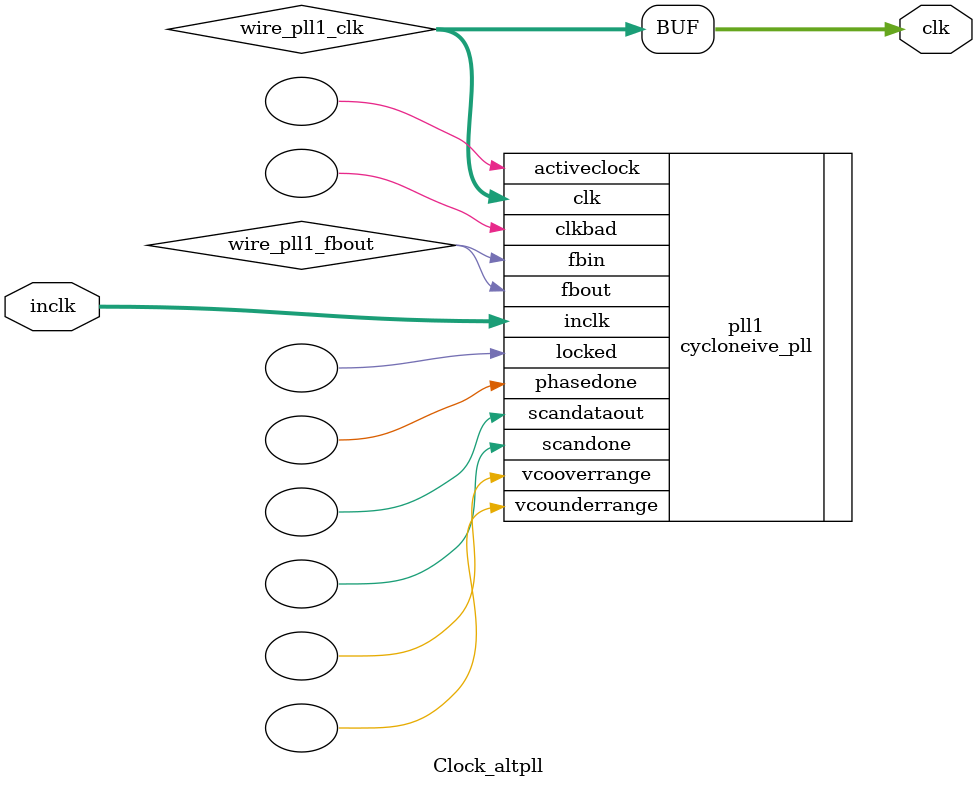
<source format=v>






//synthesis_resources = cycloneive_pll 1 
//synopsys translate_off
`timescale 1 ps / 1 ps
//synopsys translate_on
module  Clock_altpll
	( 
	clk,
	inclk) /* synthesis synthesis_clearbox=1 */;
	output   [4:0]  clk;
	input   [1:0]  inclk;
`ifndef ALTERA_RESERVED_QIS
// synopsys translate_off
`endif
	tri0   [1:0]  inclk;
`ifndef ALTERA_RESERVED_QIS
// synopsys translate_on
`endif

	wire  [4:0]   wire_pll1_clk;
	wire  wire_pll1_fbout;

	cycloneive_pll   pll1
	( 
	.activeclock(),
	.clk(wire_pll1_clk),
	.clkbad(),
	.fbin(wire_pll1_fbout),
	.fbout(wire_pll1_fbout),
	.inclk(inclk),
	.locked(),
	.phasedone(),
	.scandataout(),
	.scandone(),
	.vcooverrange(),
	.vcounderrange()
	`ifndef FORMAL_VERIFICATION
	// synopsys translate_off
	`endif
	,
	.areset(1'b0),
	.clkswitch(1'b0),
	.configupdate(1'b0),
	.pfdena(1'b1),
	.phasecounterselect({3{1'b0}}),
	.phasestep(1'b0),
	.phaseupdown(1'b0),
	.scanclk(1'b0),
	.scanclkena(1'b1),
	.scandata(1'b0)
	`ifndef FORMAL_VERIFICATION
	// synopsys translate_on
	`endif
	);
	defparam
		pll1.bandwidth_type = "auto",
		pll1.clk0_divide_by = 2500,
		pll1.clk0_duty_cycle = 50,
		pll1.clk0_multiply_by = 179,
		pll1.clk0_phase_shift = "0",
		pll1.clk1_divide_by = 20,
		pll1.clk1_duty_cycle = 50,
		pll1.clk1_multiply_by = 3,
		pll1.clk1_phase_shift = "0",
		pll1.clk2_divide_by = 5,
		pll1.clk2_duty_cycle = 50,
		pll1.clk2_multiply_by = 3,
		pll1.clk2_phase_shift = "0",
		pll1.clk3_divide_by = 5,
		pll1.clk3_duty_cycle = 50,
		pll1.clk3_multiply_by = 4,
		pll1.clk3_phase_shift = "0",
		pll1.compensate_clock = "clk0",
		pll1.inclk0_input_frequency = 20000,
		pll1.operation_mode = "normal",
		pll1.pll_type = "auto",
		pll1.lpm_type = "cycloneive_pll";
	assign
		clk = {wire_pll1_clk[4:0]};
endmodule //Clock_altpll
//VALID FILE

</source>
